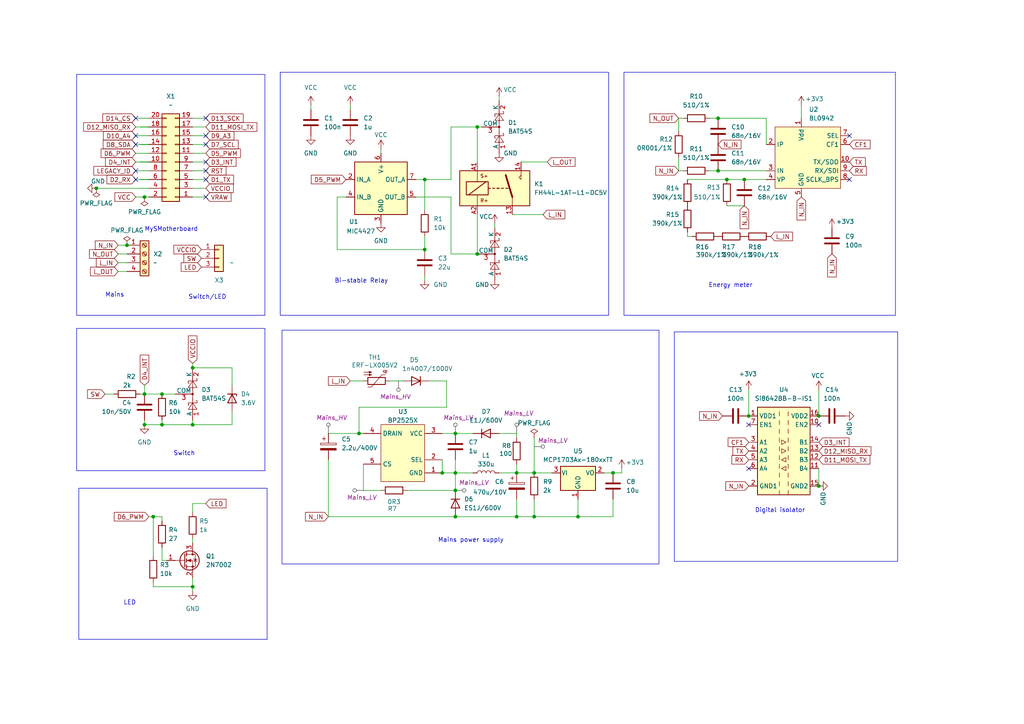
<source format=kicad_sch>
(kicad_sch (version 20231120) (generator "eeschema") (generator_version "8.0")
  (paper "A4")
  (lib_symbols
    (symbol "Connector:Screw_Terminal_01x04" (pin_names (offset 1.016) hide)
      (property "Reference" "J" (at 0 5.08 0))
      (property "Value" "Screw_Terminal_01x04" (at 0 -7.62 0))
      (symbol "Screw_Terminal_01x04_1_1"
        (pin passive line (at -5.08 2.54 0) (length 3.81) (name "Pin_1") (number "1"))
        (pin passive line (at -5.08 0 0) (length 3.81) (name "Pin_2") (number "2"))
        (pin passive line (at -5.08 -2.54 0) (length 3.81) (name "Pin_3") (number "3"))
        (pin passive line (at -5.08 -5.08 0) (length 3.81) (name "Pin_4") (number "4"))
      )
    )
    (symbol "Connector_Generic:Conn_01x03" (pin_names (offset 1.016) hide)
      (property "Reference" "J" (at 0 5.08 0))
      (property "Value" "Conn_01x03" (at 0 -5.08 0))
      (symbol "Conn_01x03_1_1"
        (pin passive line (at -5.08 2.54 0) (length 3.81) (name "Pin_1") (number "1"))
        (pin passive line (at -5.08 0 0) (length 3.81) (name "Pin_2") (number "2"))
        (pin passive line (at -5.08 -2.54 0) (length 3.81) (name "Pin_3") (number "3"))
      )
    )
    (symbol "Connector_Generic:Conn_02x10_Odd_Even" (pin_names (offset 1.016) hide)
      (property "Reference" "J" (at 1.27 12.7 0))
      (property "Value" "Conn_02x10_Odd_Even" (at 1.27 -15.24 0))
      (symbol "Conn_02x10_Odd_Even_1_1"
        (pin passive line (at -5.08 10.16 0) (length 3.81) (name "Pin_1") (number "1"))
        (pin passive line (at 7.62 0 180) (length 3.81) (name "Pin_10") (number "10"))
        (pin passive line (at -5.08 -2.54 0) (length 3.81) (name "Pin_11") (number "11"))
        (pin passive line (at 7.62 -2.54 180) (length 3.81) (name "Pin_12") (number "12"))
        (pin passive line (at -5.08 -5.08 0) (length 3.81) (name "Pin_13") (number "13"))
        (pin passive line (at 7.62 -5.08 180) (length 3.81) (name "Pin_14") (number "14"))
        (pin passive line (at -5.08 -7.62 0) (length 3.81) (name "Pin_15") (number "15"))
        (pin passive line (at 7.62 -7.62 180) (length 3.81) (name "Pin_16") (number "16"))
        (pin passive line (at -5.08 -10.16 0) (length 3.81) (name "Pin_17") (number "17"))
        (pin passive line (at 7.62 -10.16 180) (length 3.81) (name "Pin_18") (number "18"))
        (pin passive line (at -5.08 -12.7 0) (length 3.81) (name "Pin_19") (number "19"))
        (pin passive line (at 7.62 10.16 180) (length 3.81) (name "Pin_2") (number "2"))
        (pin passive line (at 7.62 -12.7 180) (length 3.81) (name "Pin_20") (number "20"))
        (pin passive line (at -5.08 7.62 0) (length 3.81) (name "Pin_3") (number "3"))
        (pin passive line (at 7.62 7.62 180) (length 3.81) (name "Pin_4") (number "4"))
        (pin passive line (at -5.08 5.08 0) (length 3.81) (name "Pin_5") (number "5"))
        (pin passive line (at 7.62 5.08 180) (length 3.81) (name "Pin_6") (number "6"))
        (pin passive line (at -5.08 2.54 0) (length 3.81) (name "Pin_7") (number "7"))
        (pin passive line (at 7.62 2.54 180) (length 3.81) (name "Pin_8") (number "8"))
        (pin passive line (at -5.08 0 0) (length 3.81) (name "Pin_9") (number "9"))
      )
    )
    (symbol "Device:C" (pin_numbers hide) (pin_names (offset 0.254))
      (property "Reference" "C" (at 0.635 2.54 0))
      (property "Value" "C" (at 0.635 -2.54 0))
      (symbol "C_1_1"
        (pin passive line (at 0 3.81 270) (length 2.794) (name "~") (number "1"))
        (pin passive line (at 0 -3.81 90) (length 2.794) (name "~") (number "2"))
      )
    )
    (symbol "Device:C_Polarized" (pin_numbers hide) (pin_names (offset 0.254))
      (property "Reference" "C" (at 0.635 2.54 0))
      (property "Value" "C_Polarized" (at 0.635 -2.54 0))
      (symbol "C_Polarized_1_1"
        (pin passive line (at 0 3.81 270) (length 2.794) (name "~") (number "1"))
        (pin passive line (at 0 -3.81 90) (length 2.794) (name "~") (number "2"))
      )
    )
    (symbol "Device:D" (pin_numbers hide) (pin_names (offset 1.016) hide)
      (property "Reference" "D" (at 0 2.54 0))
      (property "Value" "D" (at 0 -2.54 0))
      (symbol "D_1_1"
        (pin passive line (at -3.81 0 0) (length 2.54) (name "K") (number "1"))
        (pin passive line (at 3.81 0 180) (length 2.54) (name "A") (number "2"))
      )
    )
    (symbol "Device:D_Zener" (pin_numbers hide) (pin_names (offset 1.016) hide)
      (property "Reference" "D" (at 0 2.54 0))
      (property "Value" "D_Zener" (at 0 -2.54 0))
      (symbol "D_Zener_1_1"
        (pin passive line (at -3.81 0 0) (length 2.54) (name "K") (number "1"))
        (pin passive line (at 3.81 0 180) (length 2.54) (name "A") (number "2"))
      )
    )
    (symbol "Device:L" (pin_numbers hide) (pin_names (offset 1.016) hide)
      (property "Reference" "L" (at -1.27 0 90))
      (property "Value" "L" (at 1.905 0 90))
      (symbol "L_1_1"
        (pin passive line (at 0 3.81 270) (length 1.27) (name "1") (number "1"))
        (pin passive line (at 0 -3.81 90) (length 1.27) (name "2") (number "2"))
      )
    )
    (symbol "Device:R" (pin_numbers hide) (pin_names (offset 0))
      (property "Reference" "R" (at 2.032 0 90))
      (property "Value" "R" (at 0 0 90))
      (symbol "R_1_1"
        (pin passive line (at 0 3.81 270) (length 1.27) (name "~") (number "1"))
        (pin passive line (at 0 -3.81 90) (length 1.27) (name "~") (number "2"))
      )
    )
    (symbol "Device:Thermistor_PTC" (pin_numbers hide) (pin_names (offset 0))
      (property "Reference" "TH" (at -4.064 0 90))
      (property "Value" "Thermistor_PTC" (at 3.048 0 90))
      (symbol "Thermistor_PTC_1_1"
        (pin passive line (at 0 3.81 270) (length 1.27) (name "~") (number "1"))
        (pin passive line (at 0 -3.81 90) (length 1.27) (name "~") (number "2"))
      )
    )
    (symbol "Diode:BAT54S" (pin_names (offset 0))
      (property "Reference" "D" (at 2.54 -5.08 0))
      (property "Value" "BAT54S" (at -6.35 3.175 0))
      (symbol "BAT54S_1_1"
        (pin passive line (at -7.62 0 0) (length 3.81) (name "A") (number "1"))
        (pin passive line (at 7.62 0 180) (length 3.81) (name "K") (number "2"))
        (pin passive line (at 0 -5.08 90) (length 5.08) (name "COM") (number "3"))
      )
    )
    (symbol "Driver_FET:MIC4427"
      (property "Reference" "U" (at -7.62 8.89 0))
      (property "Value" "MIC4427" (at 1.27 8.89 0))
      (symbol "MIC4427_1_1"
        (pin no_connect line (at -7.62 0 0) (length 2.54) hide (name "NC") (number "1"))
        (pin input line (at -10.16 2.54 0) (length 2.54) (name "IN_A") (number "2"))
        (pin power_in line (at 0 -10.16 90) (length 2.54) (name "GND") (number "3"))
        (pin input line (at -10.16 -2.54 0) (length 2.54) (name "IN_B") (number "4"))
        (pin output line (at 10.16 -2.54 180) (length 2.54) (name "OUT_B") (number "5"))
        (pin power_in line (at 0 10.16 270) (length 2.54) (name "V+") (number "6"))
        (pin output line (at 10.16 2.54 180) (length 2.54) (name "OUT_A") (number "7"))
        (pin no_connect line (at 7.62 0 180) (length 2.54) hide (name "NC") (number "8"))
      )
    )
    (symbol "Isolator:Si8642BB-B-IS1"
      (property "Reference" "U" (at 0 15.875 0))
      (property "Value" "Si8642BB-B-IS1" (at 0 13.97 0))
      (symbol "Si8642BB-B-IS1_1_1"
        (pin power_in line (at -10.16 10.16 0) (length 2.54) (name "VDD1") (number "1"))
        (pin input line (at 10.16 7.62 180) (length 2.54) (name "EN2") (number "10"))
        (pin input line (at 10.16 -5.08 180) (length 2.54) (name "B4") (number "11"))
        (pin input line (at 10.16 -2.54 180) (length 2.54) (name "B3") (number "12"))
        (pin output line (at 10.16 0 180) (length 2.54) (name "B2") (number "13"))
        (pin output line (at 10.16 2.54 180) (length 2.54) (name "B1") (number "14"))
        (pin power_in line (at 10.16 -10.16 180) (length 2.54) (name "GND2") (number "15"))
        (pin power_in line (at 10.16 10.16 180) (length 2.54) (name "VDD2") (number "16"))
        (pin power_in line (at -10.16 -10.16 0) (length 2.54) (name "GND1") (number "2"))
        (pin input line (at -10.16 2.54 0) (length 2.54) (name "A1") (number "3"))
        (pin input line (at -10.16 0 0) (length 2.54) (name "A2") (number "4"))
        (pin output line (at -10.16 -2.54 0) (length 2.54) (name "A3") (number "5"))
        (pin output line (at -10.16 -5.08 0) (length 2.54) (name "A4") (number "6"))
        (pin input line (at -10.16 7.62 0) (length 2.54) (name "EN1") (number "7"))
        (pin passive line (at -10.16 -10.16 0) (length 2.54) hide (name "GND1") (number "8"))
        (pin passive line (at 10.16 -10.16 180) (length 2.54) hide (name "GND2") (number "9"))
      )
    )
    (symbol "MySXRelay:BL0942"
      (property "Reference" "U" (at 6.35 10.16 0))
      (property "Value" "BL0942" (at 8.89 -12.7 0))
      (symbol "BL0942_1_1"
        (pin power_in line (at 0 10.16 270) (length 2.54) (name "Vdd") (number "1"))
        (pin output line (at 13.97 -2.54 180) (length 2.54) (name "TX/SDO") (number "10"))
        (pin input line (at -10.16 2.54 0) (length 2.54) (name "IP") (number "2"))
        (pin input line (at -10.16 -5.08 0) (length 2.54) (name "IN") (number "3"))
        (pin input line (at -10.16 -7.62 0) (length 2.54) (name "VP") (number "4"))
        (pin power_in line (at 0 -12.7 90) (length 2.54) (name "GND") (number "5"))
        (pin output line (at 13.97 2.54 180) (length 2.54) (name "CF1") (number "6"))
        (pin input line (at 13.97 5.08 180) (length 2.54) (name "SEL") (number "7"))
        (pin input line (at 13.97 -7.62 180) (length 2.54) (name "SCLK_BPS") (number "8"))
        (pin input line (at 13.97 -5.08 180) (length 2.54) (name "RX/SDI") (number "9"))
      )
    )
    (symbol "MySXRelay:BP2525X"
      (property "Reference" "U" (at 6.35 19.05 0))
      (symbol "BP2525X_1_1"
        (pin passive line (at 17.78 2.54 180) (length 5.08) (name "GND") (number "1"))
        (pin passive line (at 17.78 6.35 180) (length 5.08) (name "SEL") (number "2"))
        (pin passive line (at 17.78 13.97 180) (length 5.08) (name "VCC") (number "3"))
        (pin passive line (at -5.08 13.97 0) (length 5.08) (name "DRAIN") (number "4"))
        (pin passive line (at -5.08 5.08 0) (length 5.08) (name "CS") (number "5"))
      )
    )
    (symbol "MySXRelay:Relay_SPST_Latching_1coil"
      (property "Reference" "K" (at 11.43 1.27 0))
      (property "Value" "FH44L-1AT-L1-DC5V" (at 11.43 -1.27 0))
      (symbol "Relay_SPST_Latching_1coil_1_1"
        (text "R+" (at -3.048 -3.556 0) (effects (font (size 1.016 1.016))))
        (text "S+" (at -3.048 3.556 0) (effects (font (size 1.016 1.016))))
        (pin passive line (at 5.08 -7.62 90) (length 2.54) (name "~") (number "13"))
        (pin passive line (at 7.62 7.62 270) (length 2.54) (name "~") (number "14"))
        (pin passive line (at -5.08 7.62 270) (length 2.54) (name "~") (number "A1"))
        (pin passive line (at -5.08 -7.62 90) (length 2.54) (name "~") (number "A2"))
      )
    )
    (symbol "Regulator_Linear:MCP1703Ax-180xxTT" (pin_names (offset 0.254))
      (property "Reference" "U" (at -3.81 3.175 0))
      (property "Value" "MCP1703Ax-180xxTT" (at 0 3.175 0))
      (symbol "MCP1703Ax-180xxTT_1_1"
        (pin power_in line (at 0 -7.62 90) (length 2.54) (name "GND") (number "1"))
        (pin power_out line (at 7.62 0 180) (length 2.54) (name "VO") (number "2"))
        (pin power_in line (at -7.62 0 0) (length 2.54) (name "VI") (number "3"))
      )
    )
    (symbol "Transistor_FET:2N7002" (pin_names hide)
      (property "Reference" "Q" (at 5.08 1.905 0))
      (property "Value" "2N7002" (at 5.08 0 0))
      (symbol "2N7002_1_1"
        (pin input line (at -5.08 0 0) (length 2.54) (name "G") (number "1"))
        (pin passive line (at 2.54 -5.08 90) (length 2.54) (name "S") (number "2"))
        (pin passive line (at 2.54 5.08 270) (length 2.54) (name "D") (number "3"))
      )
    )
    (symbol "power:+3V3" (power) (pin_names (offset 0))
      (property "Value" "+3V3" (at 0 3.556 0))
      (symbol "+3V3_1_1"
        (pin power_in line (at 0 0 90) (length 0) hide (name "+3V3") (number "1"))
      )
    )
    (symbol "power:GND" (power) (pin_names (offset 0))
      (property "Value" "GND" (at 0 -3.81 0))
      (symbol "GND_1_1"
        (pin power_in line (at 0 0 270) (length 0) hide (name "GND") (number "1"))
      )
    )
    (symbol "power:PWR_FLAG" (power) (pin_numbers hide) (pin_names (offset 0) hide)
      (property "Value" "PWR_FLAG" (at 0 3.81 0))
      (symbol "PWR_FLAG_0_0"
        (pin power_out line (at 0 0 90) (length 0) (name "pwr") (number "1"))
      )
    )
    (symbol "power:VCC" (power) (pin_names (offset 0))
      (property "Value" "VCC" (at 0 3.81 0))
      (symbol "VCC_1_1"
        (pin power_in line (at 0 0 90) (length 0) hide (name "VCC") (number "1"))
      )
    )
  )
  (junction (at 55.88 123.19))
  (junction (at 104.14 125.73))
  (junction (at 237.49 140.97))
  (junction (at 128.27 137.16))
  (junction (at 41.91 114.3))
  (junction (at 149.86 137.16))
  (junction (at 44.45 149.86))
  (junction (at 36.83 71.12))
  (junction (at 132.08 125.73))
  (junction (at 132.08 149.86))
  (junction (at 123.19 52.07))
  (junction (at 154.94 137.16))
  (junction (at 217.17 120.65))
  (junction (at 132.08 142.24))
  (junction (at 208.28 49.53))
  (junction (at 46.99 114.3))
  (junction (at 154.94 149.86))
  (junction (at 55.88 170.18))
  (junction (at 123.19 72.39))
  (junction (at 237.49 120.65))
  (junction (at 27.94 54.61))
  (junction (at 177.8 137.16))
  (junction (at 41.91 57.15))
  (junction (at 138.43 73.66))
  (junction (at 210.82 52.07))
  (junction (at 149.86 149.86))
  (junction (at 46.99 123.19))
  (junction (at 138.43 36.83))
  (junction (at 132.08 137.16))
  (junction (at 167.64 149.86))
  (junction (at 55.88 106.68))
  (junction (at 215.9 52.07))
  (junction (at 41.91 123.19))
  (junction (at 208.28 34.29))
  (no_connect (at 59.69 49.53))
  (no_connect (at 39.37 52.07))
  (no_connect (at 39.37 34.29))
  (no_connect (at 39.37 39.37))
  (no_connect (at 59.69 46.99))
  (no_connect (at 246.38 52.07))
  (no_connect (at 59.69 34.29))
  (no_connect (at 246.38 39.37))
  (no_connect (at 217.17 123.19))
  (no_connect (at 59.69 57.15))
  (no_connect (at 39.37 41.91))
  (no_connect (at 59.69 52.07))
  (no_connect (at 217.17 135.89))
  (no_connect (at 237.49 123.19))
  (no_connect (at 59.69 39.37))
  (no_connect (at 39.37 49.53))
  (no_connect (at 59.69 41.91))
  (wire (pts (xy 138.43 36.83) (xy 138.43 46.99)))
  (wire (pts (xy 123.19 72.39) (xy 123.19 68.58)))
  (wire (pts (xy 39.37 41.91) (xy 43.18 41.91)) (stroke (width 0.1524)))
  (wire (pts (xy 44.45 149.86) (xy 46.99 149.86)) (stroke (width 0.1524)))
  (wire (pts (xy 105.41 142.24) (xy 110.49 142.24)))
  (wire (pts (xy 199.39 52.07) (xy 210.82 52.07)))
  (wire (pts (xy 34.29 73.66) (xy 36.83 73.66)))
  (wire (pts (xy 144.78 27.94) (xy 144.78 29.21)))
  (wire (pts (xy 27.94 54.61) (xy 43.18 54.61)) (stroke (width 0.1524)))
  (wire (pts (xy 95.25 149.86) (xy 132.08 149.86)))
  (wire (pts (xy 34.29 78.74) (xy 36.83 78.74)))
  (wire (pts (xy 199.39 68.58) (xy 199.39 67.31)))
  (wire (pts (xy 43.18 49.53) (xy 40.64 49.53)))
  (wire (pts (xy 149.86 125.73) (xy 144.78 125.73)))
  (wire (pts (xy 149.86 149.86) (xy 132.08 149.86)))
  (wire (pts (xy 222.25 41.91) (xy 222.25 34.29)))
  (wire (pts (xy 46.99 162.56) (xy 48.26 162.56)))
  (wire (pts (xy 110.49 43.18) (xy 110.49 44.45)))
  (wire (pts (xy 95.25 125.73) (xy 104.14 125.73)))
  (wire (pts (xy 34.29 76.2) (xy 36.83 76.2)))
  (wire (pts (xy 154.94 137.16) (xy 160.02 137.16)))
  (wire (pts (xy 55.88 146.05) (xy 55.88 148.59)))
  (wire (pts (xy 130.81 36.83) (xy 130.81 52.07)))
  (wire (pts (xy 59.69 146.05) (xy 55.88 146.05)))
  (wire (pts (xy 55.88 170.18) (xy 55.88 171.45)) (stroke (width 0.1524)))
  (wire (pts (xy 237.49 113.03) (xy 237.49 120.65)))
  (wire (pts (xy 198.12 49.53) (xy 196.85 49.53)))
  (wire (pts (xy 199.39 68.58) (xy 200.66 68.58)))
  (wire (pts (xy 167.64 149.86) (xy 177.8 149.86)))
  (wire (pts (xy 46.99 158.75) (xy 46.99 162.56)) (stroke (width 0.1524)))
  (wire (pts (xy 130.81 73.66) (xy 138.43 73.66)))
  (wire (pts (xy 67.31 123.19) (xy 67.31 119.38)))
  (wire (pts (xy 39.37 36.83) (xy 43.18 36.83)) (stroke (width 0.1524)))
  (wire (pts (xy 43.18 52.07) (xy 40.64 52.07)))
  (wire (pts (xy 43.18 54.61) (xy 40.64 54.61)))
  (wire (pts (xy 39.37 39.37) (xy 43.18 39.37)) (stroke (width 0.1524)))
  (wire (pts (xy 55.88 156.21) (xy 55.88 157.48)))
  (wire (pts (xy 149.86 125.73) (xy 149.86 127)))
  (wire (pts (xy 215.9 52.07) (xy 222.25 52.07)))
  (wire (pts (xy 130.81 73.66) (xy 130.81 57.15)))
  (wire (pts (xy 55.88 49.53) (xy 59.69 49.53)) (stroke (width 0.1524)))
  (wire (pts (xy 196.85 49.53) (xy 196.85 45.72)))
  (wire (pts (xy 132.08 137.16) (xy 132.08 142.24)))
  (wire (pts (xy 128.27 137.16) (xy 132.08 137.16)))
  (wire (pts (xy 205.74 34.29) (xy 208.28 34.29)))
  (wire (pts (xy 34.29 71.12) (xy 36.83 71.12)))
  (wire (pts (xy 132.08 137.16) (xy 137.16 137.16)))
  (wire (pts (xy 46.99 121.92) (xy 46.99 123.19)))
  (wire (pts (xy 97.79 72.39) (xy 123.19 72.39)))
  (wire (pts (xy 105.41 134.62) (xy 105.41 142.24)))
  (wire (pts (xy 43.18 34.29) (xy 40.64 34.29)))
  (wire (pts (xy 129.54 110.49) (xy 124.46 110.49)))
  (wire (pts (xy 43.18 39.37) (xy 40.64 39.37)))
  (wire (pts (xy 43.18 57.15) (xy 41.91 57.15)))
  (wire (pts (xy 120.65 52.07) (xy 123.19 52.07)))
  (wire (pts (xy 132.08 133.35) (xy 132.08 137.16)))
  (wire (pts (xy 237.49 135.89) (xy 237.49 140.97)))
  (wire (pts (xy 149.86 134.62) (xy 149.86 137.16)))
  (wire (pts (xy 120.65 57.15) (xy 130.81 57.15)))
  (wire (pts (xy 116.84 110.49) (xy 113.03 110.49)))
  (wire (pts (xy 41.91 111.76) (xy 41.91 114.3)))
  (wire (pts (xy 167.64 149.86) (xy 154.94 149.86)))
  (wire (pts (xy 44.45 149.86) (xy 44.45 161.29)))
  (wire (pts (xy 55.88 46.99) (xy 59.69 46.99)) (stroke (width 0.1524)))
  (wire (pts (xy 46.99 114.3) (xy 50.8 114.3)))
  (wire (pts (xy 128.27 133.35) (xy 128.27 137.16)))
  (wire (pts (xy 123.19 52.07) (xy 130.81 52.07)))
  (wire (pts (xy 39.37 46.99) (xy 43.18 46.99)) (stroke (width 0.1524)))
  (wire (pts (xy 43.18 41.91) (xy 40.64 41.91)))
  (wire (pts (xy 130.81 36.83) (xy 138.43 36.83)))
  (wire (pts (xy 97.79 72.39) (xy 97.79 57.15)))
  (wire (pts (xy 55.88 105.41) (xy 55.88 106.68)))
  (wire (pts (xy 118.11 142.24) (xy 132.08 142.24)))
  (wire (pts (xy 43.18 149.86) (xy 44.45 149.86)) (stroke (width 0.1524)))
  (wire (pts (xy 55.88 39.37) (xy 59.69 39.37)) (stroke (width 0.1524)))
  (wire (pts (xy 46.99 123.19) (xy 55.88 123.19)))
  (wire (pts (xy 43.18 46.99) (xy 40.64 46.99)))
  (wire (pts (xy 100.33 57.15) (xy 97.79 57.15)))
  (wire (pts (xy 55.88 170.18) (xy 44.45 170.18)) (stroke (width 0.1524)))
  (wire (pts (xy 55.88 36.83) (xy 59.69 36.83)) (stroke (width 0.1524)))
  (wire (pts (xy 208.28 34.29) (xy 222.25 34.29)))
  (wire (pts (xy 41.91 121.92) (xy 41.91 123.19)))
  (wire (pts (xy 149.86 137.16) (xy 154.94 137.16)))
  (wire (pts (xy 55.88 44.45) (xy 59.69 44.45)) (stroke (width 0.1524)))
  (wire (pts (xy 40.64 114.3) (xy 41.91 114.3)))
  (wire (pts (xy 137.16 125.73) (xy 132.08 125.73)))
  (wire (pts (xy 149.86 149.86) (xy 154.94 149.86)))
  (wire (pts (xy 151.13 46.99) (xy 158.75 46.99)))
  (wire (pts (xy 55.88 34.29) (xy 59.69 34.29)) (stroke (width 0.1524)))
  (wire (pts (xy 55.88 167.64) (xy 55.88 170.18)) (stroke (width 0.1524)))
  (wire (pts (xy 104.14 118.11) (xy 104.14 125.73)))
  (wire (pts (xy 138.43 36.83) (xy 139.7 36.83)))
  (wire (pts (xy 39.37 57.15) (xy 41.91 57.15)))
  (wire (pts (xy 39.37 49.53) (xy 43.18 49.53)) (stroke (width 0.1524)))
  (wire (pts (xy 210.82 52.07) (xy 215.9 52.07)))
  (wire (pts (xy 101.6 30.48) (xy 101.6 31.75)))
  (wire (pts (xy 167.64 144.78) (xy 167.64 149.86)))
  (wire (pts (xy 39.37 34.29) (xy 43.18 34.29)) (stroke (width 0.1524)))
  (wire (pts (xy 177.8 149.86) (xy 177.8 144.78)))
  (wire (pts (xy 198.12 34.29) (xy 196.85 34.29)))
  (wire (pts (xy 138.43 62.23) (xy 138.43 73.66)))
  (wire (pts (xy 46.99 149.86) (xy 46.99 151.13)))
  (wire (pts (xy 129.54 110.49) (xy 129.54 118.11)))
  (wire (pts (xy 157.48 62.23) (xy 148.59 62.23)))
  (wire (pts (xy 208.28 49.53) (xy 222.25 49.53)))
  (wire (pts (xy 196.85 34.29) (xy 196.85 38.1)))
  (wire (pts (xy 44.45 168.91) (xy 44.45 170.18)) (stroke (width 0.1524)))
  (wire (pts (xy 101.6 110.49) (xy 105.41 110.49)))
  (wire (pts (xy 55.88 121.92) (xy 55.88 123.19)))
  (wire (pts (xy 33.02 114.3) (xy 30.48 114.3)))
  (wire (pts (xy 123.19 81.28) (xy 123.19 80.01)))
  (wire (pts (xy 123.19 52.07) (xy 123.19 60.96)))
  (wire (pts (xy 210.82 59.69) (xy 215.9 59.69)))
  (wire (pts (xy 154.94 149.86) (xy 154.94 144.78)))
  (wire (pts (xy 55.88 52.07) (xy 59.69 52.07)) (stroke (width 0.1524)))
  (wire (pts (xy 154.94 127) (xy 154.94 137.16)))
  (wire (pts (xy 144.78 137.16) (xy 149.86 137.16)))
  (wire (pts (xy 55.88 57.15) (xy 59.69 57.15)) (stroke (width 0.1524)))
  (wire (pts (xy 43.18 44.45) (xy 40.64 44.45)))
  (wire (pts (xy 175.26 137.16) (xy 177.8 137.16)))
  (wire (pts (xy 41.91 123.19) (xy 46.99 123.19)))
  (wire (pts (xy 180.34 137.16) (xy 180.34 135.89)))
  (wire (pts (xy 143.51 64.77) (xy 143.51 66.04)))
  (wire (pts (xy 104.14 125.73) (xy 105.41 125.73)))
  (wire (pts (xy 149.86 144.78) (xy 149.86 149.86)))
  (wire (pts (xy 67.31 106.68) (xy 67.31 111.76)))
  (wire (pts (xy 41.91 114.3) (xy 46.99 114.3)))
  (wire (pts (xy 95.25 133.35) (xy 95.25 149.86)))
  (wire (pts (xy 232.41 30.48) (xy 232.41 34.29)))
  (wire (pts (xy 39.37 52.07) (xy 43.18 52.07)) (stroke (width 0.1524)))
  (wire (pts (xy 39.37 44.45) (xy 43.18 44.45)) (stroke (width 0.1524)))
  (wire (pts (xy 55.88 54.61) (xy 59.69 54.61)) (stroke (width 0.1524)))
  (wire (pts (xy 132.08 125.73) (xy 128.27 125.73)))
  (wire (pts (xy 55.88 41.91) (xy 59.69 41.91)) (stroke (width 0.1524)))
  (wire (pts (xy 129.54 118.11) (xy 104.14 118.11)))
  (wire (pts (xy 90.17 30.48) (xy 90.17 31.75)))
  (wire (pts (xy 43.18 36.83) (xy 40.64 36.83)))
  (wire (pts (xy 205.74 49.53) (xy 208.28 49.53)))
  (wire (pts (xy 217.17 113.03) (xy 217.17 120.65)))
  (wire (pts (xy 55.88 123.19) (xy 67.31 123.19)))
  (wire (pts (xy 55.88 106.68) (xy 67.31 106.68)))
  (wire (pts (xy 177.8 137.16) (xy 180.34 137.16)))
  (rectangle (start 22.225 95.25) (end 76.835 136.525))
  (rectangle (start 180.975 20.955) (end 259.715 91.44))
  (rectangle (start 81.28 20.955) (end 176.53 91.44))
  (rectangle (start 81.788 95.758) (end 191.135 163.576))
  (rectangle (start 22.86 141.605) (end 77.47 185.42))
  (rectangle (start 22.225 21.59) (end 76.835 91.44))
  (rectangle (start 195.58 96.266) (end 260.35 162.814))
  (text "MySMotherboard" (at 41.91 67.31 0) (effects (font (size 1.27 1.27)) (justify left bottom)))
  (text "Switch/LED" (at 54.61 86.995 0) (effects (font (size 1.27 1.27)) (justify left bottom)))
  (text "LED" (at 35.814 175.641 0) (effects (font (size 1.27 1.27)) (justify left bottom)))
  (text "Energy meter" (at 205.486 83.566 0) (effects (font (size 1.27 1.27)) (justify left bottom)))
  (text "Mains" (at 30.48 86.36 0) (effects (font (size 1.27 1.27)) (justify left bottom)))
  (text "Bi-stable Relay" (at 97.028 82.296 0) (effects (font (size 1.27 1.27)) (justify left bottom)))
  (text "Digital isolator" (at 218.948 148.844 0) (effects (font (size 1.27 1.27)) (justify left bottom)))
  (text "Mains power supply" (at 127 157.48 0) (effects (font (size 1.27 1.27)) (justify left bottom)))
  (text "Switch" (at 50.292 132.334 0) (effects (font (size 1.27 1.27)) (justify left bottom)))
  (global_label "SW" (shape input) (at 58.42 74.93 180) (property "Intersheetrefs" "${INTERSHEET_REFS}" (effects (hide yes))))
  (global_label "VCCIO" (shape input) (at 58.42 72.39 180) (property "Intersheetrefs" "${INTERSHEET_REFS}" (effects (hide yes))))
  (global_label "CF1" (shape input) (at 217.17 128.27 180) (property "Intersheetrefs" "${INTERSHEET_REFS}" (effects (hide yes))))
  (global_label "D1_TX" (shape input) (at 59.69 52.07 0) (property "Intersheetrefs" "${INTERSHEET_REFS}" (effects (hide yes))))
  (global_label "N_OUT" (shape input) (at 34.29 73.66 180) (property "Intersheetrefs" "${INTERSHEET_REFS}" (effects (hide yes))))
  (global_label "LEGACY_ID" (shape input) (at 39.37 49.53 180) (property "Intersheetrefs" "${INTERSHEET_REFS}" (effects (hide yes))))
  (global_label "VCC" (shape input) (at 39.37 57.15 180) (property "Intersheetrefs" "${INTERSHEET_REFS}" (effects (hide yes))))
  (global_label "RX" (shape input) (at 217.17 133.35 180) (property "Intersheetrefs" "${INTERSHEET_REFS}" (effects (hide yes))))
  (global_label "D11_MOSI_TX" (shape input) (at 59.69 36.83 0) (property "Intersheetrefs" "${INTERSHEET_REFS}" (effects (hide yes))))
  (global_label "D5_PWM" (shape input) (at 59.69 44.45 0) (property "Intersheetrefs" "${INTERSHEET_REFS}" (effects (hide yes))))
  (global_label "N_IN" (shape input) (at 196.85 49.53 180) (property "Intersheetrefs" "${INTERSHEET_REFS}" (effects (hide yes))))
  (global_label "D2_RX" (shape input) (at 39.37 52.07 180) (property "Intersheetrefs" "${INTERSHEET_REFS}" (effects (hide yes))))
  (global_label "CF1" (shape input) (at 246.38 41.91 0) (property "Intersheetrefs" "${INTERSHEET_REFS}" (effects (hide yes))))
  (global_label "D5_PWM" (shape input) (at 100.33 52.07 180) (property "Intersheetrefs" "${INTERSHEET_REFS}" (effects (hide yes))))
  (global_label "SW" (shape input) (at 30.48 114.3 180) (property "Intersheetrefs" "${INTERSHEET_REFS}" (effects (hide yes))))
  (global_label "N_IN" (shape input) (at 95.25 149.86 180) (property "Intersheetrefs" "${INTERSHEET_REFS}" (effects (hide yes))))
  (global_label "L_IN" (shape input) (at 157.48 62.23 0) (property "Intersheetrefs" "${INTERSHEET_REFS}" (effects (hide yes))))
  (global_label "D9_A3" (shape input) (at 59.69 39.37 0) (property "Intersheetrefs" "${INTERSHEET_REFS}" (effects (hide yes))))
  (global_label "D6_PWM" (shape input) (at 39.37 44.45 180) (property "Intersheetrefs" "${INTERSHEET_REFS}" (effects (hide yes))))
  (global_label "L_OUT" (shape input) (at 158.75 46.99 0) (property "Intersheetrefs" "${INTERSHEET_REFS}" (effects (hide yes))))
  (global_label "D13_SCK" (shape input) (at 59.69 34.29 0) (property "Intersheetrefs" "${INTERSHEET_REFS}" (effects (hide yes))))
  (global_label "LED" (shape input) (at 58.42 77.47 180) (property "Intersheetrefs" "${INTERSHEET_REFS}" (effects (hide yes))))
  (global_label "D14_CS" (shape input) (at 39.37 34.29 180) (property "Intersheetrefs" "${INTERSHEET_REFS}" (effects (hide yes))))
  (global_label "N_IN" (shape input) (at 217.17 140.97 180) (property "Intersheetrefs" "${INTERSHEET_REFS}" (effects (hide yes))))
  (global_label "RX" (shape input) (at 246.38 49.53 0) (property "Intersheetrefs" "${INTERSHEET_REFS}" (effects (hide yes))))
  (global_label "L_IN" (shape input) (at 34.29 76.2 180) (property "Intersheetrefs" "${INTERSHEET_REFS}" (effects (hide yes))))
  (global_label "LED" (shape input) (at 59.69 146.05 0) (property "Intersheetrefs" "${INTERSHEET_REFS}" (effects (hide yes))))
  (global_label "VCCIO" (shape input) (at 59.69 54.61 0) (property "Intersheetrefs" "${INTERSHEET_REFS}" (effects (hide yes))))
  (global_label "N_IN" (shape input) (at 241.3 73.66 270) (property "Intersheetrefs" "${INTERSHEET_REFS}" (effects (hide yes))))
  (global_label "N_IN" (shape input) (at 215.9 59.69 270) (property "Intersheetrefs" "${INTERSHEET_REFS}" (effects (hide yes))))
  (global_label "D8_SDA" (shape input) (at 39.37 41.91 180) (property "Intersheetrefs" "${INTERSHEET_REFS}" (effects (hide yes))))
  (global_label "N_IN" (shape input) (at 209.55 120.65 180) (property "Intersheetrefs" "${INTERSHEET_REFS}" (effects (hide yes))))
  (global_label "D4_INT" (shape input) (at 41.91 111.76 90) (property "Intersheetrefs" "${INTERSHEET_REFS}" (effects (hide yes))))
  (global_label "N_IN" (shape input) (at 208.28 41.91 0) (property "Intersheetrefs" "${INTERSHEET_REFS}" (effects (hide yes))))
  (global_label "D12_MISO_RX" (shape input) (at 39.37 36.83 180) (property "Intersheetrefs" "${INTERSHEET_REFS}" (effects (hide yes))))
  (global_label "D12_MISO_RX" (shape input) (at 237.49 130.81 0) (property "Intersheetrefs" "${INTERSHEET_REFS}" (effects (hide yes))))
  (global_label "D10_A4" (shape input) (at 39.37 39.37 180) (property "Intersheetrefs" "${INTERSHEET_REFS}" (effects (hide yes))))
  (global_label "VCCIO" (shape input) (at 55.88 105.41 90) (property "Intersheetrefs" "${INTERSHEET_REFS}" (effects (hide yes))))
  (global_label "L_OUT" (shape input) (at 34.29 78.74 180) (property "Intersheetrefs" "${INTERSHEET_REFS}" (effects (hide yes))))
  (global_label "TX" (shape input) (at 246.38 46.99 0) (property "Intersheetrefs" "${INTERSHEET_REFS}" (effects (hide yes))))
  (global_label "D6_PWM" (shape input) (at 43.18 149.86 180) (property "Intersheetrefs" "${INTERSHEET_REFS}" (effects (hide yes))))
  (global_label "D4_INT" (shape input) (at 39.37 46.99 180) (property "Intersheetrefs" "${INTERSHEET_REFS}" (effects (hide yes))))
  (global_label "D3_INT" (shape input) (at 59.69 46.99 0) (property "Intersheetrefs" "${INTERSHEET_REFS}" (effects (hide yes))))
  (global_label "N_IN" (shape input) (at 232.41 57.15 270) (property "Intersheetrefs" "${INTERSHEET_REFS}" (effects (hide yes))))
  (global_label "D11_MOSI_TX" (shape input) (at 237.49 133.35 0) (property "Intersheetrefs" "${INTERSHEET_REFS}" (effects (hide yes))))
  (global_label "L_IN" (shape input) (at 223.52 68.58 0) (property "Intersheetrefs" "${INTERSHEET_REFS}" (effects (hide yes))))
  (global_label "L_IN" (shape input) (at 101.6 110.49 180) (property "Intersheetrefs" "${INTERSHEET_REFS}" (effects (hide yes))))
  (global_label "D3_INT" (shape input) (at 237.49 128.27 0) (property "Intersheetrefs" "${INTERSHEET_REFS}" (effects (hide yes))))
  (global_label "D7_SCL" (shape input) (at 59.69 41.91 0) (property "Intersheetrefs" "${INTERSHEET_REFS}" (effects (hide yes))))
  (global_label "RST" (shape input) (at 59.69 49.53 0) (property "Intersheetrefs" "${INTERSHEET_REFS}" (effects (hide yes))))
  (global_label "N_OUT" (shape input) (at 196.85 34.29 180) (property "Intersheetrefs" "${INTERSHEET_REFS}" (effects (hide yes))))
  (global_label "VRAW" (shape input) (at 59.69 57.15 0) (property "Intersheetrefs" "${INTERSHEET_REFS}" (effects (hide yes))))
  (global_label "N_IN" (shape input) (at 34.29 71.12 180) (property "Intersheetrefs" "${INTERSHEET_REFS}" (effects (hide yes))))
  (global_label "TX" (shape input) (at 217.17 130.81 180) (property "Intersheetrefs" "${INTERSHEET_REFS}" (effects (hide yes))))
  (netclass_flag "" (length 2.54) (shape round) (at 115.57 110.49 180) (property "Netclass" "Mains_HV" (at 119.126 115.062 0) (effects (font (italic yes)) (justify right))))
  (netclass_flag "" (length 2.54) (shape round) (at 132.08 125.73 0) (property "Netclass" "Mains_LV" (at 128.524 121.158 0) (effects (font (italic yes)) (justify left))))
  (netclass_flag "" (length 2.54) (shape round) (at 149.86 125.73 0) (property "Netclass" "Mains_LV" (at 146.05 119.888 0) (effects (font (italic yes)) (justify left))))
  (netclass_flag "" (length 2.54) (shape round) (at 95.25 125.73 0) (property "Netclass" "Mains_HV" (at 91.694 121.158 0) (effects (font (italic yes)) (justify left))))
  (netclass_flag "" (length 2.54) (shape round) (at 132.08 142.24 270) (property "Netclass" "Mains_LV" (at 133.096 139.954 0) (effects (font (italic yes)) (justify left))))
  (netclass_flag "" (length 2.54) (shape round) (at 154.94 129.54 270) (property "Netclass" "Mains_LV" (at 155.956 127.762 0) (effects (font (italic yes)) (justify left))))
  (netclass_flag "" (length 2.54) (shape round) (at 105.41 142.24 90) (property "Netclass" "Mains_LV" (at 100.584 144.272 0) (effects (font (italic yes)) (justify left))))
  (symbol (lib_id "power:VCC") (at 143.51 64.77 0) (unit 1)
    (property "Reference" "#PWR09" (effects (hide yes)))
    (property "Value" "VCC" (at 140.97 62.865 0))
  )
  (symbol (lib_id "Device:C_Polarized") (at 149.86 140.97 0) (unit 1)
    (property "Reference" "C6" (at 143.51 139.7 0) (effects (justify left)))
    (property "Value" "470u/10V" (at 137.16 142.748 0) (effects (justify left)))
    (property "Footprint" "Capacitor_THT:CP_Radial_D8.0mm_P3.50mm" (effects (hide yes)))
    (property "Datasheet" "https://www.tme.eu/Document/65a7a7ed5e95153999a4d766e7f32909/GRC.pdf" (effects (hide yes)))
    (property "Description" "Polarized capacitor" (effects (hide yes)))
  )
  (symbol (lib_id "Device:D") (at 120.65 110.49 180) (unit 1)
    (property "Reference" "D5" (at 120.142 104.394 0))
    (property "Value" "1n4007/1000V" (at 123.952 106.934 0))
    (property "Footprint" "Diode_SMD:D_SOD-123F" (effects (hide yes)))
    (property "Datasheet" "https://www.smc-diodes.com/propdf/1N4001FL-1N4007FL%20N1646%20REV.A.pdf" (effects (hide yes)))
    (property "Description" "Diode" (effects (hide yes)))
    (property "Sim.Device" "D" (effects (hide yes)))
    (property "Sim.Pins" "1=K 2=A" (effects (hide yes)))
  )
  (symbol (lib_id "Driver_FET:MIC4427") (at 110.49 54.61 0) (unit 1)
    (property "Reference" "U1" (at 101.219 64.262 0) (effects (justify left)))
    (property "Value" "MIC4427" (at 100.457 67.056 0) (effects (justify left)))
    (property "Footprint" "Package_SO:SOIC-8_3.9x4.9mm_P1.27mm" (effects (hide yes)))
    (property "Datasheet" "http://ww1.microchip.com/downloads/en/DeviceDoc/mic4426.pdf" (effects (hide yes)))
  )
  (symbol (lib_id "Device:R") (at 219.71 68.58 270) (unit 1)
    (property "Reference" "R18" (at 218.948 71.628 90))
    (property "Value" "390k/1%" (at 221.488 73.914 90))
    (property "Footprint" "Resistor_SMD:R_1206_3216Metric" (effects (hide yes)))
    (property "Description" "Resistor" (effects (hide yes)))
  )
  (symbol (lib_id "Diode:BAT54S") (at 144.78 36.83 270) (mirror x) (unit 1)
    (property "Reference" "D1" (at 147.32 35.56 90) (effects (justify left)))
    (property "Value" "BAT54S" (at 147.32 38.1 90) (effects (justify left)))
    (property "Footprint" "Package_TO_SOT_SMD:SOT-23" (effects (hide yes)))
    (property "Datasheet" "https://www.diodes.com/assets/Datasheets/ds11005.pdf" (effects (hide yes)))
  )
  (symbol (lib_id "power:GND") (at 41.91 123.19 0) (unit 1)
    (property "Reference" "#PWR014" (effects (hide yes)))
    (property "Value" "GND" (at 41.91 128.27 0))
  )
  (symbol (lib_id "Device:R") (at 44.45 165.1 0) (unit 1)
    (property "Reference" "R3" (at 46.355 163.83 0) (effects (justify left)))
    (property "Value" "10k" (at 46.355 166.37 0) (effects (justify left)))
    (property "Footprint" "Resistor_SMD:R_0603_1608Metric" (effects (hide yes)))
  )
  (symbol (lib_id "Device:R") (at 196.85 41.91 180) (unit 1)
    (property "Reference" "R12" (at 191.262 40.386 0) (effects (justify right)))
    (property "Value" "0R001/1%" (at 184.658 42.926 0) (effects (justify right)))
    (property "Footprint" "Resistor_SMD:R_2512_6332Metric_Pad1.40x3.35mm_HandSolder" (effects (hide yes)))
  )
  (symbol (lib_id "Device:R") (at 55.88 152.4 0) (unit 1)
    (property "Reference" "R5" (at 57.785 151.13 0) (effects (justify left)))
    (property "Value" "1k" (at 57.785 153.67 0) (effects (justify left)))
    (property "Footprint" "Resistor_SMD:R_0603_1608Metric" (effects (hide yes)))
  )
  (symbol (lib_id "Device:C_Polarized") (at 95.25 129.54 0) (unit 1)
    (property "Reference" "C5" (at 99.06 127.3809 0) (effects (justify left)))
    (property "Value" "2.2u/400V" (at 99.06 129.9209 0) (effects (justify left)))
    (property "Footprint" "Capacitor_THT:CP_Radial_D8.0mm_P3.50mm" (effects (hide yes)))
    (property "Datasheet" "https://www.tme.eu/pl/details/grc00pb2r22wtfl/kondensatory-elektrolityczne-tht/vishay/" (effects (hide yes)))
    (property "Description" "Polarized capacitor" (effects (hide yes)))
  )
  (symbol (lib_id "power:VCC") (at 144.78 27.94 0) (unit 1)
    (property "Reference" "#PWR011" (effects (hide yes)))
    (property "Value" "VCC" (at 147.955 26.035 0))
  )
  (symbol (lib_id "Device:C") (at 241.3 69.85 0) (unit 1)
    (property "Reference" "C9" (at 245.11 68.5799 0) (effects (justify left)))
    (property "Value" "100n" (at 245.11 71.1199 0) (effects (justify left)))
    (property "Footprint" "Capacitor_SMD:C_0402_1005Metric" (effects (hide yes)))
  )
  (symbol (lib_id "power:VCC") (at 90.17 30.48 0) (unit 1)
    (property "Reference" "#PWR02" (effects (hide yes)))
    (property "Value" "VCC" (at 90.17 25.4 0))
  )
  (symbol (lib_id "power:PWR_FLAG") (at 27.94 54.61 180) (unit 1)
    (property "Reference" "#FLG03" (effects (hide yes)))
    (property "Value" "PWR_FLAG" (at 27.94 58.928 0))
    (property "Description" "Special symbol for telling ERC where power comes from" (effects (hide yes)))
  )
  (symbol (lib_id "Device:R") (at 210.82 55.88 0) (unit 1)
    (property "Reference" "R13" (at 204.978 54.356 0) (effects (justify left)))
    (property "Value" "510/1%" (at 201.168 57.15 0) (effects (justify left)))
    (property "Footprint" "Resistor_SMD:R_0603_1608Metric" (effects (hide yes)))
  )
  (symbol (lib_id "Connector_Generic:Conn_01x03") (at 63.5 74.93 0) (unit 1)
    (property "Reference" "X3" (at 62.23 81.28 0) (effects (justify left)))
    (property "Value" "~" (at 66.675 76.2 0) (effects (justify left)))
    (property "Footprint" "TerminalBlock_Phoenix:TerminalBlock_Phoenix_MPT-0,5-3-2.54_1x03_P2.54mm_Horizontal" (effects (hide yes)))
  )
  (symbol (lib_id "Device:C") (at 90.17 35.56 0) (unit 1)
    (property "Reference" "C1" (at 93.98 34.2899 0) (effects (justify left)))
    (property "Value" "100n" (at 93.98 36.8299 0) (effects (justify left)))
    (property "Footprint" "Capacitor_SMD:C_0402_1005Metric" (effects (hide yes)))
  )
  (symbol (lib_id "power:+3V3") (at 180.34 135.89 0) (unit 1)
    (property "Reference" "#PWR013" (effects (hide yes)))
    (property "Value" "+3V3" (at 184.15 134.112 0))
    (property "Description" "Power symbol creates a global label with name \"+3V3\"" (effects (hide yes)))
  )
  (symbol (lib_id "Device:C") (at 208.28 38.1 0) (unit 1)
    (property "Reference" "C10" (at 212.09 36.8299 0) (effects (justify left)))
    (property "Value" "68n/16V" (at 212.09 39.3699 0) (effects (justify left)))
    (property "Footprint" "Capacitor_SMD:C_0603_1608Metric" (effects (hide yes)))
  )
  (symbol (lib_id "power:VCC") (at 237.49 113.03 0) (unit 1)
    (property "Reference" "#PWR019" (effects (hide yes)))
    (property "Value" "VCC" (at 237.236 108.966 0))
  )
  (symbol (lib_id "Device:D_Zener") (at 67.31 115.57 270) (unit 1)
    (property "Reference" "D4" (at 69.85 114.3 90) (effects (justify left)))
    (property "Value" "3.6V" (at 69.85 116.84 90) (effects (justify left)))
    (property "Footprint" "Diode_SMD:D_MiniMELF" (effects (hide yes)))
  )
  (symbol (lib_id "power:+3V3") (at 241.3 66.04 0) (unit 1)
    (property "Reference" "#PWR015" (effects (hide yes)))
    (property "Value" "+3V3" (at 245.11 64.262 0))
    (property "Description" "Power symbol creates a global label with name \"+3V3\"" (effects (hide yes)))
  )
  (symbol (lib_id "Device:C") (at 101.6 35.56 0) (unit 1)
    (property "Reference" "C2" (at 105.41 34.2899 0) (effects (justify left)))
    (property "Value" "1u" (at 105.41 36.8299 0) (effects (justify left)))
    (property "Footprint" "Capacitor_SMD:C_0603_1608Metric" (effects (hide yes)))
  )
  (symbol (lib_id "Device:C") (at 215.9 55.88 0) (unit 1)
    (property "Reference" "C12" (at 219.71 54.6099 0) (effects (justify left)))
    (property "Value" "68n/16V" (at 219.71 57.1499 0) (effects (justify left)))
    (property "Footprint" "Capacitor_SMD:C_0603_1608Metric" (effects (hide yes)))
  )
  (symbol (lib_id "Device:C") (at 213.36 120.65 90) (unit 1)
    (property "Reference" "C13" (at 213.36 113.03 90))
    (property "Value" "100n" (at 213.36 115.57 90))
    (property "Footprint" "Capacitor_SMD:C_0402_1005Metric" (effects (hide yes)))
  )
  (symbol (lib_id "Diode:BAT54S") (at 143.51 73.66 270) (mirror x) (unit 1)
    (property "Reference" "D2" (at 146.05 72.39 90) (effects (justify left)))
    (property "Value" "BAT54S" (at 146.05 74.93 90) (effects (justify left)))
    (property "Footprint" "Package_TO_SOT_SMD:SOT-23" (effects (hide yes)))
    (property "Datasheet" "https://www.diodes.com/assets/Datasheets/ds11005.pdf" (effects (hide yes)))
  )
  (symbol (lib_id "power:GND") (at 245.11 120.65 90) (unit 1)
    (property "Reference" "#PWR020" (effects (hide yes)))
    (property "Value" "GND" (at 246.38 126.365 0) (effects (justify left)))
  )
  (symbol (lib_id "Device:R") (at 123.19 64.77 0) (unit 1)
    (property "Reference" "R1" (at 125.73 63.4999 0) (effects (justify left)))
    (property "Value" "10k" (at 125.73 66.0399 0) (effects (justify left)))
    (property "Footprint" "Resistor_SMD:R_0603_1608Metric" (effects (hide yes)))
  )
  (symbol (lib_id "power:PWR_FLAG") (at 41.91 57.15 180) (unit 1)
    (property "Reference" "#FLG04" (effects (hide yes)))
    (property "Value" "PWR_FLAG" (at 41.91 61.468 0))
    (property "Description" "Special symbol for telling ERC where power comes from" (effects (hide yes)))
  )
  (symbol (lib_id "power:GND") (at 55.88 171.45 0) (unit 1)
    (property "Reference" "#PWR016" (effects (hide yes)))
    (property "Value" "GND" (at 55.88 176.53 0))
  )
  (symbol (lib_id "Device:R") (at 36.83 114.3 90) (unit 1)
    (property "Reference" "R2" (at 39.37 109.22 90) (effects (justify left)))
    (property "Value" "2k" (at 38.1 111.76 90) (effects (justify left)))
    (property "Footprint" "Resistor_SMD:R_0603_1608Metric" (effects (hide yes)))
  )
  (symbol (lib_id "power:+3V3") (at 232.41 30.48 0) (unit 1)
    (property "Reference" "#PWR017" (effects (hide yes)))
    (property "Value" "+3V3" (at 236.22 28.702 0))
    (property "Description" "Power symbol creates a global label with name \"+3V3\"" (effects (hide yes)))
  )
  (symbol (lib_id "Device:Thermistor_PTC") (at 109.22 110.49 270) (unit 1)
    (property "Reference" "TH1" (at 108.712 103.632 90))
    (property "Value" "ERF-LX005V2" (at 108.712 105.918 90))
    (property "Footprint" "Fuse:Fuse_Bourns_MF-RG300" (effects (hide yes)))
    (property "Datasheet" "https://www.tme.eu/Document/0b8e783f0fc46511893b13ba5da48275/LX.LU.pdf" (effects (hide yes)))
    (property "Description" "Temperature dependent resistor, positive temperature coefficient" (effects (hide yes)))
  )
  (symbol (lib_id "power:GND") (at 110.49 64.77 0) (unit 1)
    (property "Reference" "#PWR05" (effects (hide yes)))
    (property "Value" "GND" (at 110.49 69.85 0))
  )
  (symbol (lib_id "Device:R") (at 199.39 55.88 180) (unit 1)
    (property "Reference" "R14" (at 195.072 54.61 0))
    (property "Value" "390k/1%" (at 193.548 57.15 0))
    (property "Footprint" "Resistor_SMD:R_1206_3216Metric" (effects (hide yes)))
    (property "Description" "Resistor" (effects (hide yes)))
  )
  (symbol (lib_id "Isolator:Si8642BB-B-IS1") (at 227.33 130.81 0) (unit 1)
    (property "Reference" "U4" (at 227.33 113.03 0))
    (property "Value" "Si8642BB-B-IS1" (at 227.33 115.57 0))
    (property "Footprint" "Package_SO:SOIC-16_3.9x9.9mm_P1.27mm" (effects (hide yes)))
    (property "Datasheet" "https://www.silabs.com/documents/public/data-sheets/si864x-datasheet.pdf" (effects (hide yes)))
    (property "Description" "Low-Power Quad-Channel Digital Isolator, 150Mbps, 2.5-5.5V, 2.5kV isolation, Fail-Safe Low, SOIC-16" (effects (hide yes)))
  )
  (symbol (lib_id "power:GND") (at 144.78 44.45 0) (unit 1)
    (property "Reference" "#PWR012" (effects (hide yes)))
    (property "Value" "GND" (at 146.05 44.45 0) (effects (justify left)))
  )
  (symbol (lib_id "Device:C") (at 241.3 120.65 90) (unit 1)
    (property "Reference" "C14" (at 241.3 113.03 90))
    (property "Value" "100n" (at 241.3 115.57 90))
    (property "Footprint" "Capacitor_SMD:C_0402_1005Metric" (effects (hide yes)))
  )
  (symbol (lib_id "Regulator_Linear:MCP1703Ax-180xxTT") (at 167.64 137.16 0) (unit 1)
    (property "Reference" "U5" (at 167.64 130.81 0))
    (property "Value" "MCP1703Ax-180xxTT" (at 167.64 133.35 0))
    (property "Footprint" "Package_TO_SOT_SMD:SOT-23" (effects (hide yes)))
    (property "Datasheet" "http://ww1.microchip.com/downloads/en/DeviceDoc/20005122B.pdf" (effects (hide yes)))
    (property "Description" "Low Quiescent Current LDO Regulator, 1.8V, 250mA, Vin<=16V, SOT-23" (effects (hide yes)))
  )
  (symbol (lib_id "power:GND") (at 143.51 81.28 0) (unit 1)
    (property "Reference" "#PWR010" (effects (hide yes)))
    (property "Value" "GND" (at 137.795 82.55 0) (effects (justify left)))
  )
  (symbol (lib_id "power:GND") (at 27.94 54.61 270) (unit 1)
    (property "Reference" "#PWR01" (effects (hide yes)))
    (property "Value" "GND" (at 30.48 52.578 90) (effects (justify right)))
  )
  (symbol (lib_id "Device:C") (at 208.28 45.72 0) (unit 1)
    (property "Reference" "C11" (at 212.09 44.4499 0) (effects (justify left)))
    (property "Value" "68n/16V" (at 212.09 46.9899 0) (effects (justify left)))
    (property "Footprint" "Capacitor_SMD:C_0603_1608Metric" (effects (hide yes)))
  )
  (symbol (lib_id "power:GND") (at 101.6 39.37 0) (unit 1)
    (property "Reference" "#PWR07" (effects (hide yes)))
    (property "Value" "GND" (at 101.6 44.45 0))
  )
  (symbol (lib_id "power:PWR_FLAG") (at 154.94 127 0) (unit 1)
    (property "Reference" "#FLG01" (effects (hide yes)))
    (property "Value" "PWR_FLAG" (at 154.94 122.682 0))
    (property "Description" "Special symbol for telling ERC where power comes from" (effects (hide yes)))
  )
  (symbol (lib_id "Device:R") (at 201.93 34.29 90) (unit 1)
    (property "Reference" "R10" (at 201.93 27.94 90))
    (property "Value" "510/1%" (at 201.93 30.48 90))
    (property "Footprint" "Resistor_SMD:R_0603_1608Metric" (effects (hide yes)))
  )
  (symbol (lib_id "Device:C") (at 132.08 129.54 0) (unit 1)
    (property "Reference" "C7" (at 135.89 128.2699 0) (effects (justify left)))
    (property "Value" "1u" (at 135.89 130.8099 0) (effects (justify left)))
    (property "Footprint" "Capacitor_SMD:C_0603_1608Metric" (effects (hide yes)))
    (property "Description" "Unpolarized capacitor" (effects (hide yes)))
  )
  (symbol (lib_id "power:VCC") (at 101.6 30.48 0) (unit 1)
    (property "Reference" "#PWR06" (effects (hide yes)))
    (property "Value" "VCC" (at 101.6 25.4 0))
  )
  (symbol (lib_id "Device:R") (at 154.94 140.97 0) (unit 1)
    (property "Reference" "R9" (at 157.48 139.6999 0) (effects (justify left)))
    (property "Value" "2k" (at 157.48 142.2399 0) (effects (justify left)))
    (property "Footprint" "Resistor_SMD:R_0603_1608Metric" (effects (hide yes)))
    (property "Description" "Resistor" (effects (hide yes)))
  )
  (symbol (lib_id "power:VCC") (at 110.49 43.18 0) (unit 1)
    (property "Reference" "#PWR04" (effects (hide yes)))
    (property "Value" "VCC" (at 110.49 39.116 0))
  )
  (symbol (lib_id "Device:R") (at 212.09 68.58 270) (unit 1)
    (property "Reference" "R17" (at 211.328 71.628 90))
    (property "Value" "390k/1%" (at 213.868 73.914 90))
    (property "Footprint" "Resistor_SMD:R_1206_3216Metric" (effects (hide yes)))
    (property "Description" "Resistor" (effects (hide yes)))
  )
  (symbol (lib_id "Device:R") (at 114.3 142.24 270) (unit 1)
    (property "Reference" "R7" (at 113.792 147.574 90))
    (property "Value" "0R3" (at 114.3 145.542 90))
    (property "Footprint" "Resistor_SMD:R_1206_3216Metric" (effects (hide yes)))
    (property "Description" "Resistor" (effects (hide yes)))
  )
  (symbol (lib_id "Device:C") (at 123.19 76.2 0) (unit 1)
    (property "Reference" "C3" (at 127 74.9299 0) (effects (justify left)))
    (property "Value" "22u" (at 127 77.4699 0) (effects (justify left)))
    (property "Footprint" "Capacitor_SMD:C_1206_3216Metric" (effects (hide yes)))
  )
  (symbol (lib_id "Device:L") (at 140.97 137.16 90) (unit 1)
    (property "Reference" "L1" (at 140.97 132.08 90))
    (property "Value" "330u" (at 140.97 134.62 90))
    (property "Footprint" "Inductor_THT:L_Radial_D7.0mm_P3.00mm" (effects (hide yes)))
    (property "Datasheet" "https://www.tme.eu/Document/138eec115c5ca38991cb5ac91cf92e32/COIL0507-0.33.pdf" (effects (hide yes)))
    (property "Description" "Inductor" (effects (hide yes)))
  )
  (symbol (lib_id "Device:D") (at 140.97 125.73 0) (unit 1)
    (property "Reference" "D7" (at 140.97 119.38 0))
    (property "Value" "E1J/600V" (at 140.97 121.92 0))
    (property "Footprint" "Diode_SMD:D_SOD-123F" (effects (hide yes)))
    (property "Datasheet" "https://www.smc-diodes.com/propdf/ES1ASL%20THRU%20ES1JSL%20N1666%20REV.A.pdf" (effects (hide yes)))
    (property "Description" "Diode" (effects (hide yes)))
    (property "Sim.Device" "D" (effects (hide yes)))
    (property "Sim.Pins" "1=K 2=A" (effects (hide yes)))
  )
  (symbol (lib_id "power:GND") (at 90.17 39.37 0) (unit 1)
    (property "Reference" "#PWR03" (effects (hide yes)))
    (property "Value" "GND" (at 90.17 44.45 0))
  )
  (symbol (lib_id "Connector_Generic:Conn_02x10_Odd_Even") (at 50.8 46.99 180) (unit 1)
    (property "Reference" "X1" (at 49.53 27.94 0))
    (property "Value" "~" (at 49.53 30.48 0))
    (property "Footprint" "Connector_PinSocket_2.54mm:PinSocket_2x10_P2.54mm_Vertical" (effects (hide yes)))
  )
  (symbol (lib_id "MySXRelay:Relay_SPST_Latching_1coil") (at 143.51 54.61 0) (unit 1)
    (property "Reference" "K1" (at 154.94 53.3399 0) (effects (justify left)))
    (property "Value" "FH44L-1AT-L1-DC5V" (at 154.94 55.8799 0) (effects (justify left)))
    (property "Footprint" "MySXRelay:RELAY-TH_FH44L-1AT-L1-DC5V" (effects (hide yes)))
    (property "Datasheet" "https://www.fanhar.com/en/uploads/files/FH44L.pdf" (effects (hide yes)))
  )
  (symbol (lib_id "power:+3V3") (at 217.17 113.03 0) (unit 1)
    (property "Reference" "#PWR018" (effects (hide yes)))
    (property "Value" "+3V3" (at 216.916 108.458 0))
    (property "Description" "Power symbol creates a global label with name \"+3V3\"" (effects (hide yes)))
  )
  (symbol (lib_id "Transistor_FET:2N7002") (at 53.34 162.56 0) (unit 1)
    (property "Reference" "Q1" (at 59.69 161.29 0) (effects (justify left)))
    (property "Value" "2N7002" (at 59.69 163.83 0) (effects (justify left)))
    (property "Footprint" "Package_TO_SOT_SMD:SOT-23" (effects (hide yes)))
    (property "Datasheet" "https://www.onsemi.com/pub/Collateral/NDS7002A-D.PDF" (effects (hide yes)))
  )
  (symbol (lib_id "Device:R") (at 46.99 154.94 0) (unit 1)
    (property "Reference" "R4" (at 48.895 153.67 0) (effects (justify left)))
    (property "Value" "27" (at 48.895 156.21 0) (effects (justify left)))
    (property "Footprint" "Resistor_SMD:R_0603_1608Metric" (effects (hide yes)))
  )
  (symbol (lib_id "power:PWR_FLAG") (at 36.83 71.12 0) (unit 1)
    (property "Reference" "#FLG02" (effects (hide yes)))
    (property "Value" "PWR_FLAG" (at 36.83 66.802 0))
    (property "Description" "Special symbol for telling ERC where power comes from" (effects (hide yes)))
  )
  (symbol (lib_id "Connector:Screw_Terminal_01x04") (at 41.91 73.66 0) (unit 1)
    (property "Reference" "X2" (at 44.45 73.6599 0) (effects (justify left)))
    (property "Value" "~" (at 44.45 76.1999 0) (effects (justify left)))
    (property "Footprint" "MySXRelay:MSTB_2,5_4-G" (effects (hide yes)))
    (property "Description" "Generic screw terminal, single row, 01x04, script generated (kicad-library-utils/schlib/autogen/connector/)" (effects (hide yes)))
  )
  (symbol (lib_id "Device:C") (at 177.8 140.97 0) (unit 1)
    (property "Reference" "C8" (at 181.61 139.6999 0) (effects (justify left)))
    (property "Value" "10u" (at 181.61 142.2399 0) (effects (justify left)))
    (property "Footprint" "Capacitor_SMD:C_0603_1608Metric" (effects (hide yes)))
  )
  (symbol (lib_id "Device:R") (at 46.99 118.11 0) (unit 1)
    (property "Reference" "R6" (at 48.895 116.84 0) (effects (justify left)))
    (property "Value" "10k" (at 48.895 119.38 0) (effects (justify left)))
    (property "Footprint" "Resistor_SMD:R_0603_1608Metric" (effects (hide yes)))
  )
  (symbol (lib_id "Device:C") (at 41.91 118.11 0) (mirror y) (unit 1)
    (property "Reference" "C4" (at 38.1 116.84 0) (effects (justify left)))
    (property "Value" "10n/50V" (at 38.1 119.38 0) (effects (justify left)))
    (property "Footprint" "Capacitor_SMD:C_0402_1005Metric" (effects (hide yes)))
  )
  (symbol (lib_id "Device:R") (at 204.47 68.58 270) (unit 1)
    (property "Reference" "R16" (at 203.708 71.628 90))
    (property "Value" "390k/1%" (at 206.248 73.914 90))
    (property "Footprint" "Resistor_SMD:R_1206_3216Metric" (effects (hide yes)))
    (property "Description" "Resistor" (effects (hide yes)))
  )
  (symbol (lib_id "MySXRelay:BP2525X") (at 110.49 139.7 0) (unit 1)
    (property "Reference" "U3" (at 116.84 119.38 0))
    (property "Value" "BP2525X" (at 116.84 121.92 0))
    (property "Footprint" "MySXRelay:SOT-33-5A" (effects (hide yes)))
    (property "Datasheet" "https://www.erfang-ic.com/static/upload/BP2525D.pdf" (effects (hide yes)))
    (property "Description" "SOT-33-5A DC-DC Converter non-isolated 3.3/5V 300mA" (effects (hide yes)))
  )
  (symbol (lib_id "MySXRelay:BL0942") (at 232.41 44.45 0) (unit 1)
    (property "Reference" "U2" (at 234.6041 31.75 0) (effects (justify left)))
    (property "Value" "BL0942" (at 234.6041 34.29 0) (effects (justify left)))
    (property "Footprint" "MySXRelay:BL0942" (effects (hide yes)))
    (property "Datasheet" "https://www.belling.com.cn/media/file_object/bel_product/BL0942/datasheet/BL0942_V1.06_en.pdf" (effects (hide yes)))
    (property "Description" "BL0942 calibration-free Metering IC" (effects (hide yes)))
  )
  (symbol (lib_id "Device:R") (at 201.93 49.53 90) (unit 1)
    (property "Reference" "R11" (at 201.93 43.18 90))
    (property "Value" "510/1%" (at 201.93 45.72 90))
    (property "Footprint" "Resistor_SMD:R_0603_1608Metric" (effects (hide yes)))
  )
  (symbol (lib_id "power:GND") (at 237.49 140.97 90) (unit 1)
    (property "Reference" "#PWR021" (effects (hide yes)))
    (property "Value" "GND" (at 238.76 146.685 0) (effects (justify left)))
  )
  (symbol (lib_id "Device:R") (at 199.39 63.5 180) (unit 1)
    (property "Reference" "R15" (at 195.072 62.23 0))
    (property "Value" "390k/1%" (at 193.548 64.77 0))
    (property "Footprint" "Resistor_SMD:R_1206_3216Metric" (effects (hide yes)))
    (property "Description" "Resistor" (effects (hide yes)))
  )
  (symbol (lib_id "power:GND") (at 123.19 81.28 0) (unit 1)
    (property "Reference" "#PWR08" (effects (hide yes)))
    (property "Value" "GND" (at 125.73 82.5499 0) (effects (justify left)))
  )
  (symbol (lib_id "Diode:BAT54S") (at 55.88 114.3 270) (mirror x) (unit 1)
    (property "Reference" "D3" (at 58.42 113.03 90) (effects (justify left)))
    (property "Value" "BAT54S" (at 58.42 115.57 90) (effects (justify left)))
    (property "Footprint" "Package_TO_SOT_SMD:SOT-23" (effects (hide yes)))
    (property "Datasheet" "https://www.diodes.com/assets/Datasheets/ds11005.pdf" (effects (hide yes)))
  )
  (symbol (lib_id "Device:R") (at 149.86 130.81 0) (unit 1)
    (property "Reference" "R8" (at 145.542 129.286 0) (effects (justify left)))
    (property "Value" "100" (at 144.78 131.572 0) (effects (justify left)))
    (property "Footprint" "Resistor_SMD:R_0603_1608Metric" (effects (hide yes)))
    (property "Description" "Resistor" (effects (hide yes)))
  )
  (symbol (lib_id "Device:D") (at 132.08 146.05 270) (unit 1)
    (property "Reference" "D6" (at 134.62 144.7799 90) (effects (justify left)))
    (property "Value" "ES1J/600V" (at 134.62 147.3199 90) (effects (justify left)))
    (property "Footprint" "Diode_SMD:D_SOD-123F" (effects (hide yes)))
    (property "Datasheet" "https://www.smc-diodes.com/propdf/ES1ASL%20THRU%20ES1JSL%20N1666%20REV.A.pdf" (effects (hide yes)))
    (property "Description" "Diode" (effects (hide yes)))
    (property "Sim.Device" "D" (effects (hide yes)))
    (property "Sim.Pins" "1=K 2=A" (effects (hide yes)))
  )
)
</source>
